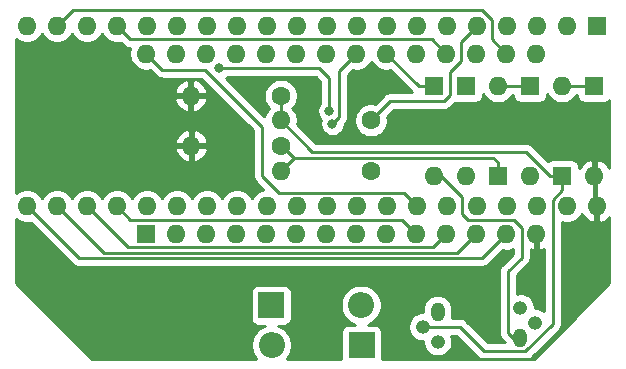
<source format=gbr>
G04 #@! TF.GenerationSoftware,KiCad,Pcbnew,5.1.10-88a1d61d58~88~ubuntu18.04.1*
G04 #@! TF.CreationDate,2021-09-30T23:52:24+02:00*
G04 #@! TF.ProjectId,adapt_prog_eprom-fat,61646170-745f-4707-926f-675f6570726f,rev?*
G04 #@! TF.SameCoordinates,Original*
G04 #@! TF.FileFunction,Copper,L1,Top*
G04 #@! TF.FilePolarity,Positive*
%FSLAX46Y46*%
G04 Gerber Fmt 4.6, Leading zero omitted, Abs format (unit mm)*
G04 Created by KiCad (PCBNEW 5.1.10-88a1d61d58~88~ubuntu18.04.1) date 2021-09-30 23:52:24*
%MOMM*%
%LPD*%
G01*
G04 APERTURE LIST*
G04 #@! TA.AperFunction,ComponentPad*
%ADD10R,2.200000X2.200000*%
G04 #@! TD*
G04 #@! TA.AperFunction,ComponentPad*
%ADD11O,2.200000X2.200000*%
G04 #@! TD*
G04 #@! TA.AperFunction,ComponentPad*
%ADD12R,1.600000X1.600000*%
G04 #@! TD*
G04 #@! TA.AperFunction,ComponentPad*
%ADD13O,1.600000X1.600000*%
G04 #@! TD*
G04 #@! TA.AperFunction,ComponentPad*
%ADD14O,1.200000X1.200000*%
G04 #@! TD*
G04 #@! TA.AperFunction,ComponentPad*
%ADD15O,1.200000X1.600000*%
G04 #@! TD*
G04 #@! TA.AperFunction,ComponentPad*
%ADD16C,1.600000*%
G04 #@! TD*
G04 #@! TA.AperFunction,ViaPad*
%ADD17C,0.800000*%
G04 #@! TD*
G04 #@! TA.AperFunction,Conductor*
%ADD18C,0.250000*%
G04 #@! TD*
G04 #@! TA.AperFunction,Conductor*
%ADD19C,0.400000*%
G04 #@! TD*
G04 #@! TA.AperFunction,Conductor*
%ADD20C,0.254000*%
G04 #@! TD*
G04 #@! TA.AperFunction,Conductor*
%ADD21C,0.100000*%
G04 #@! TD*
G04 APERTURE END LIST*
D10*
X127600000Y-40930000D03*
D11*
X119980000Y-40930000D03*
X127570000Y-37540000D03*
D10*
X119950000Y-37540000D03*
D12*
X136430000Y-18970000D03*
D13*
X136430000Y-26590000D03*
X133730000Y-26580000D03*
D12*
X133730000Y-18960000D03*
D13*
X141860000Y-26590000D03*
D12*
X141860000Y-18970000D03*
X139140000Y-26620000D03*
D13*
X139140000Y-19000000D03*
X144580000Y-19000000D03*
D12*
X144580000Y-26620000D03*
X147300000Y-18970000D03*
D13*
X147300000Y-26590000D03*
D14*
X141040000Y-37760000D03*
X142310000Y-39030000D03*
D15*
X141040000Y-40300000D03*
X134040000Y-38100000D03*
D14*
X132770000Y-39370000D03*
X134040000Y-40640000D03*
D13*
X120770000Y-26180000D03*
D16*
X128390000Y-26180000D03*
X120800000Y-24030000D03*
D13*
X113180000Y-24030000D03*
X120770000Y-21890000D03*
D16*
X128390000Y-21890000D03*
X120760000Y-19810000D03*
D13*
X113140000Y-19810000D03*
X147535000Y-29151000D03*
X99275000Y-13911000D03*
X144995000Y-29151000D03*
X101815000Y-13911000D03*
X142455000Y-29151000D03*
X104355000Y-13911000D03*
X139915000Y-29151000D03*
X106895000Y-13911000D03*
X137375000Y-29151000D03*
X109435000Y-13911000D03*
X134835000Y-29151000D03*
X111975000Y-13911000D03*
X132295000Y-29151000D03*
X114515000Y-13911000D03*
X129755000Y-29151000D03*
X117055000Y-13911000D03*
X127215000Y-29151000D03*
X119595000Y-13911000D03*
X124675000Y-29151000D03*
X122135000Y-13911000D03*
X122135000Y-29151000D03*
X124675000Y-13911000D03*
X119595000Y-29151000D03*
X127215000Y-13911000D03*
X117055000Y-29151000D03*
X129755000Y-13911000D03*
X114515000Y-29151000D03*
X132295000Y-13911000D03*
X111975000Y-29151000D03*
X134835000Y-13911000D03*
X109435000Y-29151000D03*
X137375000Y-13911000D03*
X106895000Y-29151000D03*
X139915000Y-13911000D03*
X104355000Y-29151000D03*
X142455000Y-13911000D03*
X101815000Y-29151000D03*
X144995000Y-13911000D03*
X99275000Y-29151000D03*
D12*
X147535000Y-13911000D03*
D13*
X109390000Y-16240000D03*
X142410000Y-31480000D03*
X111930000Y-16240000D03*
X139870000Y-31480000D03*
X114470000Y-16240000D03*
X137330000Y-31480000D03*
X117010000Y-16240000D03*
X134790000Y-31480000D03*
X119550000Y-16240000D03*
X132250000Y-31480000D03*
X122090000Y-16240000D03*
X129710000Y-31480000D03*
X124630000Y-16240000D03*
X127170000Y-31480000D03*
X127170000Y-16240000D03*
X124630000Y-31480000D03*
X129710000Y-16240000D03*
X122090000Y-31480000D03*
X132250000Y-16240000D03*
X119550000Y-31480000D03*
X134790000Y-16240000D03*
X117010000Y-31480000D03*
X137330000Y-16240000D03*
X114470000Y-31480000D03*
X139870000Y-16240000D03*
X111930000Y-31480000D03*
X142410000Y-16240000D03*
D12*
X109390000Y-31480000D03*
D17*
X142210000Y-23770000D03*
X108520000Y-36020000D03*
X105690000Y-23940000D03*
X136540000Y-36680000D03*
X130690000Y-39810000D03*
X123890000Y-37040000D03*
X129950000Y-36590000D03*
X130480000Y-22730000D03*
X144960000Y-32890000D03*
X115519000Y-17474300D03*
X124878800Y-21091200D03*
X125134990Y-22190700D03*
D18*
X110740000Y-17590000D02*
X109390000Y-16240000D01*
X131169700Y-28025700D02*
X120645700Y-28025700D01*
X114350000Y-17590000D02*
X110740000Y-17590000D01*
X132295000Y-29151000D02*
X131169700Y-28025700D01*
X120645700Y-28025700D02*
X119190000Y-26570000D01*
X119190000Y-26570000D02*
X119190000Y-22430000D01*
X119190000Y-22430000D02*
X114350000Y-17590000D01*
X120800000Y-24030000D02*
X120870600Y-24030000D01*
X120870600Y-24030000D02*
X121895300Y-25054700D01*
X139140000Y-26620000D02*
X139140000Y-25450000D01*
X138744700Y-25054700D02*
X121895300Y-25054700D01*
X139140000Y-25450000D02*
X138744700Y-25054700D01*
X121895300Y-25054700D02*
X120770000Y-26180000D01*
X136100000Y-28340000D02*
X134340000Y-26580000D01*
X136100000Y-29790000D02*
X136100000Y-28340000D01*
X136630000Y-30320000D02*
X136100000Y-29790000D01*
X134340000Y-26580000D02*
X133730000Y-26580000D01*
X140490000Y-30320000D02*
X136630000Y-30320000D01*
X140410000Y-40300000D02*
X140000000Y-39890000D01*
X140000000Y-39890000D02*
X140000000Y-34659100D01*
X141040000Y-40300000D02*
X140410000Y-40300000D01*
X140000000Y-34659100D02*
X141150000Y-33509100D01*
X141150000Y-33509100D02*
X141150000Y-30980000D01*
X141150000Y-30980000D02*
X140490000Y-30320000D01*
X120760000Y-19810000D02*
X120770000Y-19820000D01*
X120770000Y-19820000D02*
X120770000Y-21890000D01*
X143595400Y-26620000D02*
X144580000Y-26620000D01*
X120770000Y-21890000D02*
X123440000Y-24560000D01*
X141535400Y-24560000D02*
X143595400Y-26620000D01*
X123440000Y-24560000D02*
X141535400Y-24560000D01*
X135913700Y-39370000D02*
X132770000Y-39370000D01*
X143774800Y-28605200D02*
X143774800Y-39139900D01*
X143774800Y-39139900D02*
X141482700Y-41432000D01*
X141482700Y-41432000D02*
X137975700Y-41432000D01*
X137975700Y-41432000D02*
X135913700Y-39370000D01*
X143774800Y-28605200D02*
X143784800Y-28605200D01*
X144580000Y-27810000D02*
X144580000Y-26620000D01*
X143784800Y-28605200D02*
X144580000Y-27810000D01*
X130030000Y-20250000D02*
X128390000Y-21890000D01*
X136010000Y-15276000D02*
X136010000Y-16853700D01*
X134620000Y-20250000D02*
X130030000Y-20250000D01*
X137375000Y-13911000D02*
X136010000Y-15276000D01*
X136010000Y-16853700D02*
X135090000Y-17773700D01*
X135090000Y-17773700D02*
X135090000Y-19780000D01*
X135090000Y-19780000D02*
X134620000Y-20250000D01*
X147535000Y-26825000D02*
X147300000Y-26590000D01*
X147300000Y-26590000D02*
X147300000Y-24180000D01*
X147300000Y-24180000D02*
X146910000Y-23790000D01*
X146910000Y-23790000D02*
X142230000Y-23790000D01*
X142230000Y-23790000D02*
X142210000Y-23770000D01*
X129950000Y-34830000D02*
X129700000Y-34580000D01*
X129700000Y-34580000D02*
X115120000Y-34580000D01*
X115120000Y-34580000D02*
X109980000Y-34580000D01*
X109980000Y-34580000D02*
X108540000Y-36020000D01*
X108540000Y-36020000D02*
X108520000Y-36020000D01*
X105690000Y-23940000D02*
X110440000Y-23940000D01*
X110530000Y-24030000D02*
X113180000Y-24030000D01*
X110440000Y-23940000D02*
X110530000Y-24030000D01*
X129950000Y-36590000D02*
X129950000Y-34830000D01*
D19*
X147360000Y-26650000D02*
X147300000Y-26590000D01*
X147535000Y-29151000D02*
X147360000Y-28976000D01*
X147360000Y-28976000D02*
X147360000Y-26650000D01*
D18*
X129950000Y-40640000D02*
X129950000Y-36590000D01*
X131380000Y-42070000D02*
X129950000Y-40640000D01*
X144960000Y-32890000D02*
X145730000Y-34050000D01*
X144960000Y-32890000D02*
X146030000Y-32890000D01*
X142180000Y-42070000D02*
X131380000Y-42070000D01*
X145730000Y-38520000D02*
X142180000Y-42070000D01*
X145730000Y-34050000D02*
X145730000Y-38520000D01*
X146030000Y-32890000D02*
X147535000Y-31385000D01*
X147535000Y-31385000D02*
X147535000Y-29151000D01*
X138660000Y-13380000D02*
X138660000Y-15030000D01*
X138660000Y-15030000D02*
X139870000Y-16240000D01*
X137840000Y-12560000D02*
X138660000Y-13380000D01*
X101815000Y-13911000D02*
X103166000Y-12560000D01*
X103166000Y-12560000D02*
X137840000Y-12560000D01*
X108020300Y-15036300D02*
X106895000Y-13911000D01*
X134790000Y-16240000D02*
X133586300Y-15036300D01*
X133586300Y-15036300D02*
X108020300Y-15036300D01*
X124024300Y-17474300D02*
X115519000Y-17474300D01*
X124878800Y-21091200D02*
X124878800Y-18328800D01*
X124878800Y-18328800D02*
X124024300Y-17474300D01*
X125690000Y-21635690D02*
X125134990Y-22190700D01*
X127170000Y-16240000D02*
X125690000Y-17720000D01*
X125690000Y-17720000D02*
X125690000Y-21635690D01*
X132430000Y-18960000D02*
X133730000Y-18960000D01*
X129710000Y-16240000D02*
X132430000Y-18960000D01*
X108034000Y-30290000D02*
X106895000Y-29151000D01*
X132250000Y-31480000D02*
X131060000Y-30290000D01*
X131060000Y-30290000D02*
X108034000Y-30290000D01*
X107809400Y-32605400D02*
X104355000Y-29151000D01*
X134790000Y-31480000D02*
X133664600Y-32605400D01*
X133664600Y-32605400D02*
X107809400Y-32605400D01*
X105760400Y-33096400D02*
X101815000Y-29151000D01*
X137330000Y-31480000D02*
X135713600Y-33096400D01*
X135713600Y-33096400D02*
X105760400Y-33096400D01*
X103670700Y-33546700D02*
X99275000Y-29151000D01*
X139870000Y-31480000D02*
X137803300Y-33546700D01*
X137803300Y-33546700D02*
X103670700Y-33546700D01*
X139140000Y-19000000D02*
X140265300Y-19000000D01*
X141860000Y-18970000D02*
X140295300Y-18970000D01*
X140295300Y-18970000D02*
X140265300Y-19000000D01*
X147300000Y-18970000D02*
X146174700Y-18970000D01*
X144580000Y-19000000D02*
X146144700Y-19000000D01*
X146144700Y-19000000D02*
X146174700Y-18970000D01*
D20*
X147662000Y-29024000D02*
X147682000Y-29024000D01*
X147682000Y-29278000D01*
X147662000Y-29278000D01*
X147662000Y-30420915D01*
X147884039Y-30542904D01*
X148018087Y-30502246D01*
X148272420Y-30382037D01*
X148498414Y-30214519D01*
X148590001Y-30113522D01*
X148590001Y-35655908D01*
X142175909Y-42070000D01*
X141901315Y-42070000D01*
X141906976Y-42066974D01*
X142022701Y-41972001D01*
X142046504Y-41942997D01*
X144285803Y-39703699D01*
X144314801Y-39679901D01*
X144359776Y-39625099D01*
X144409774Y-39564177D01*
X144480346Y-39432147D01*
X144493059Y-39390236D01*
X144523803Y-39288886D01*
X144534800Y-39177233D01*
X144534800Y-39177223D01*
X144538476Y-39139900D01*
X144534800Y-39102577D01*
X144534800Y-30513611D01*
X144576426Y-30530853D01*
X144853665Y-30586000D01*
X145136335Y-30586000D01*
X145413574Y-30530853D01*
X145674727Y-30422680D01*
X145909759Y-30265637D01*
X146109637Y-30065759D01*
X146266680Y-29830727D01*
X146271067Y-29820135D01*
X146382615Y-30006131D01*
X146571586Y-30214519D01*
X146797580Y-30382037D01*
X147051913Y-30502246D01*
X147185961Y-30542904D01*
X147408000Y-30420915D01*
X147408000Y-29278000D01*
X147388000Y-29278000D01*
X147388000Y-29024000D01*
X147408000Y-29024000D01*
X147408000Y-29004000D01*
X147662000Y-29004000D01*
X147662000Y-29024000D01*
G04 #@! TA.AperFunction,Conductor*
D21*
G36*
X147662000Y-29024000D02*
G01*
X147682000Y-29024000D01*
X147682000Y-29278000D01*
X147662000Y-29278000D01*
X147662000Y-30420915D01*
X147884039Y-30542904D01*
X148018087Y-30502246D01*
X148272420Y-30382037D01*
X148498414Y-30214519D01*
X148590001Y-30113522D01*
X148590001Y-35655908D01*
X142175909Y-42070000D01*
X141901315Y-42070000D01*
X141906976Y-42066974D01*
X142022701Y-41972001D01*
X142046504Y-41942997D01*
X144285803Y-39703699D01*
X144314801Y-39679901D01*
X144359776Y-39625099D01*
X144409774Y-39564177D01*
X144480346Y-39432147D01*
X144493059Y-39390236D01*
X144523803Y-39288886D01*
X144534800Y-39177233D01*
X144534800Y-39177223D01*
X144538476Y-39139900D01*
X144534800Y-39102577D01*
X144534800Y-30513611D01*
X144576426Y-30530853D01*
X144853665Y-30586000D01*
X145136335Y-30586000D01*
X145413574Y-30530853D01*
X145674727Y-30422680D01*
X145909759Y-30265637D01*
X146109637Y-30065759D01*
X146266680Y-29830727D01*
X146271067Y-29820135D01*
X146382615Y-30006131D01*
X146571586Y-30214519D01*
X146797580Y-30382037D01*
X147051913Y-30502246D01*
X147185961Y-30542904D01*
X147408000Y-30420915D01*
X147408000Y-29278000D01*
X147388000Y-29278000D01*
X147388000Y-29024000D01*
X147408000Y-29024000D01*
X147408000Y-29004000D01*
X147662000Y-29004000D01*
X147662000Y-29024000D01*
G37*
G04 #@! TD.AperFunction*
D20*
X98595273Y-30422680D02*
X98856426Y-30530853D01*
X99133665Y-30586000D01*
X99416335Y-30586000D01*
X99598887Y-30549688D01*
X103106901Y-34057703D01*
X103130699Y-34086701D01*
X103159697Y-34110499D01*
X103246424Y-34181674D01*
X103378453Y-34252246D01*
X103521714Y-34295703D01*
X103670700Y-34310377D01*
X103708033Y-34306700D01*
X137765978Y-34306700D01*
X137803300Y-34310376D01*
X137840622Y-34306700D01*
X137840633Y-34306700D01*
X137952286Y-34295703D01*
X138095547Y-34252246D01*
X138227576Y-34181674D01*
X138343301Y-34086701D01*
X138367104Y-34057697D01*
X139546114Y-32878688D01*
X139728665Y-32915000D01*
X140011335Y-32915000D01*
X140288574Y-32859853D01*
X140390000Y-32817841D01*
X140390000Y-33194298D01*
X139488998Y-34095301D01*
X139460000Y-34119099D01*
X139436202Y-34148097D01*
X139436201Y-34148098D01*
X139365026Y-34234824D01*
X139294454Y-34366854D01*
X139250998Y-34510115D01*
X139236324Y-34659100D01*
X139240001Y-34696432D01*
X139240000Y-39852677D01*
X139236324Y-39890000D01*
X139240000Y-39927322D01*
X139240000Y-39927332D01*
X139250997Y-40038985D01*
X139275270Y-40119003D01*
X139294454Y-40182246D01*
X139365026Y-40314276D01*
X139404871Y-40362826D01*
X139459999Y-40430001D01*
X139489003Y-40453804D01*
X139707199Y-40672000D01*
X138290502Y-40672000D01*
X136477504Y-38859003D01*
X136453701Y-38829999D01*
X136337976Y-38735026D01*
X136205947Y-38664454D01*
X136062686Y-38620997D01*
X135951033Y-38610000D01*
X135951022Y-38610000D01*
X135913700Y-38606324D01*
X135876378Y-38610000D01*
X135236533Y-38610000D01*
X135257130Y-38542102D01*
X135275000Y-38360665D01*
X135275000Y-37839336D01*
X135257130Y-37657899D01*
X135186511Y-37425100D01*
X135071833Y-37210551D01*
X134917502Y-37022498D01*
X134729449Y-36868167D01*
X134514901Y-36753489D01*
X134282102Y-36682870D01*
X134040000Y-36659025D01*
X133797899Y-36682870D01*
X133565100Y-36753489D01*
X133350552Y-36868167D01*
X133162499Y-37022498D01*
X133008168Y-37210551D01*
X132893489Y-37425099D01*
X132822870Y-37657898D01*
X132805000Y-37839335D01*
X132805000Y-38135000D01*
X132648363Y-38135000D01*
X132409764Y-38182460D01*
X132185008Y-38275557D01*
X131982733Y-38410713D01*
X131810713Y-38582733D01*
X131675557Y-38785008D01*
X131582460Y-39009764D01*
X131535000Y-39248363D01*
X131535000Y-39491637D01*
X131582460Y-39730236D01*
X131675557Y-39954992D01*
X131810713Y-40157267D01*
X131982733Y-40329287D01*
X132185008Y-40464443D01*
X132409764Y-40557540D01*
X132648363Y-40605000D01*
X132805000Y-40605000D01*
X132805000Y-40761637D01*
X132852460Y-41000236D01*
X132945557Y-41224992D01*
X133080713Y-41427267D01*
X133252733Y-41599287D01*
X133455008Y-41734443D01*
X133679764Y-41827540D01*
X133918363Y-41875000D01*
X134161637Y-41875000D01*
X134400236Y-41827540D01*
X134624992Y-41734443D01*
X134827267Y-41599287D01*
X134999287Y-41427267D01*
X135134443Y-41224992D01*
X135227540Y-41000236D01*
X135275000Y-40761637D01*
X135275000Y-40518363D01*
X135227540Y-40279764D01*
X135165506Y-40130000D01*
X135598899Y-40130000D01*
X137411901Y-41943003D01*
X137435699Y-41972001D01*
X137551424Y-42066974D01*
X137557085Y-42070000D01*
X129334132Y-42070000D01*
X129338072Y-42030000D01*
X129338072Y-39830000D01*
X129325812Y-39705518D01*
X129289502Y-39585820D01*
X129230537Y-39475506D01*
X129151185Y-39378815D01*
X129054494Y-39299463D01*
X128944180Y-39240498D01*
X128824482Y-39204188D01*
X128700000Y-39191928D01*
X128115667Y-39191928D01*
X128391831Y-39077537D01*
X128675998Y-38887663D01*
X128917663Y-38645998D01*
X129107537Y-38361831D01*
X129238325Y-38046081D01*
X129305000Y-37710883D01*
X129305000Y-37369117D01*
X129238325Y-37033919D01*
X129107537Y-36718169D01*
X128917663Y-36434002D01*
X128675998Y-36192337D01*
X128391831Y-36002463D01*
X128076081Y-35871675D01*
X127740883Y-35805000D01*
X127399117Y-35805000D01*
X127063919Y-35871675D01*
X126748169Y-36002463D01*
X126464002Y-36192337D01*
X126222337Y-36434002D01*
X126032463Y-36718169D01*
X125901675Y-37033919D01*
X125835000Y-37369117D01*
X125835000Y-37710883D01*
X125901675Y-38046081D01*
X126032463Y-38361831D01*
X126222337Y-38645998D01*
X126464002Y-38887663D01*
X126748169Y-39077537D01*
X127024333Y-39191928D01*
X126500000Y-39191928D01*
X126375518Y-39204188D01*
X126255820Y-39240498D01*
X126145506Y-39299463D01*
X126048815Y-39378815D01*
X125969463Y-39475506D01*
X125910498Y-39585820D01*
X125874188Y-39705518D01*
X125861928Y-39830000D01*
X125861928Y-42030000D01*
X125865868Y-42070000D01*
X121293661Y-42070000D01*
X121327663Y-42035998D01*
X121517537Y-41751831D01*
X121648325Y-41436081D01*
X121715000Y-41100883D01*
X121715000Y-40759117D01*
X121648325Y-40423919D01*
X121517537Y-40108169D01*
X121327663Y-39824002D01*
X121085998Y-39582337D01*
X120801831Y-39392463D01*
X120525667Y-39278072D01*
X121050000Y-39278072D01*
X121174482Y-39265812D01*
X121294180Y-39229502D01*
X121404494Y-39170537D01*
X121501185Y-39091185D01*
X121580537Y-38994494D01*
X121639502Y-38884180D01*
X121675812Y-38764482D01*
X121688072Y-38640000D01*
X121688072Y-36440000D01*
X121675812Y-36315518D01*
X121639502Y-36195820D01*
X121580537Y-36085506D01*
X121501185Y-35988815D01*
X121404494Y-35909463D01*
X121294180Y-35850498D01*
X121174482Y-35814188D01*
X121050000Y-35801928D01*
X118850000Y-35801928D01*
X118725518Y-35814188D01*
X118605820Y-35850498D01*
X118495506Y-35909463D01*
X118398815Y-35988815D01*
X118319463Y-36085506D01*
X118260498Y-36195820D01*
X118224188Y-36315518D01*
X118211928Y-36440000D01*
X118211928Y-38640000D01*
X118224188Y-38764482D01*
X118260498Y-38884180D01*
X118319463Y-38994494D01*
X118398815Y-39091185D01*
X118495506Y-39170537D01*
X118605820Y-39229502D01*
X118725518Y-39265812D01*
X118850000Y-39278072D01*
X119434333Y-39278072D01*
X119158169Y-39392463D01*
X118874002Y-39582337D01*
X118632337Y-39824002D01*
X118442463Y-40108169D01*
X118311675Y-40423919D01*
X118245000Y-40759117D01*
X118245000Y-41100883D01*
X118311675Y-41436081D01*
X118442463Y-41751831D01*
X118632337Y-42035998D01*
X118666339Y-42070000D01*
X104794091Y-42070000D01*
X98380000Y-35655909D01*
X98380000Y-30278840D01*
X98595273Y-30422680D01*
G04 #@! TA.AperFunction,Conductor*
D21*
G36*
X98595273Y-30422680D02*
G01*
X98856426Y-30530853D01*
X99133665Y-30586000D01*
X99416335Y-30586000D01*
X99598887Y-30549688D01*
X103106901Y-34057703D01*
X103130699Y-34086701D01*
X103159697Y-34110499D01*
X103246424Y-34181674D01*
X103378453Y-34252246D01*
X103521714Y-34295703D01*
X103670700Y-34310377D01*
X103708033Y-34306700D01*
X137765978Y-34306700D01*
X137803300Y-34310376D01*
X137840622Y-34306700D01*
X137840633Y-34306700D01*
X137952286Y-34295703D01*
X138095547Y-34252246D01*
X138227576Y-34181674D01*
X138343301Y-34086701D01*
X138367104Y-34057697D01*
X139546114Y-32878688D01*
X139728665Y-32915000D01*
X140011335Y-32915000D01*
X140288574Y-32859853D01*
X140390000Y-32817841D01*
X140390000Y-33194298D01*
X139488998Y-34095301D01*
X139460000Y-34119099D01*
X139436202Y-34148097D01*
X139436201Y-34148098D01*
X139365026Y-34234824D01*
X139294454Y-34366854D01*
X139250998Y-34510115D01*
X139236324Y-34659100D01*
X139240001Y-34696432D01*
X139240000Y-39852677D01*
X139236324Y-39890000D01*
X139240000Y-39927322D01*
X139240000Y-39927332D01*
X139250997Y-40038985D01*
X139275270Y-40119003D01*
X139294454Y-40182246D01*
X139365026Y-40314276D01*
X139404871Y-40362826D01*
X139459999Y-40430001D01*
X139489003Y-40453804D01*
X139707199Y-40672000D01*
X138290502Y-40672000D01*
X136477504Y-38859003D01*
X136453701Y-38829999D01*
X136337976Y-38735026D01*
X136205947Y-38664454D01*
X136062686Y-38620997D01*
X135951033Y-38610000D01*
X135951022Y-38610000D01*
X135913700Y-38606324D01*
X135876378Y-38610000D01*
X135236533Y-38610000D01*
X135257130Y-38542102D01*
X135275000Y-38360665D01*
X135275000Y-37839336D01*
X135257130Y-37657899D01*
X135186511Y-37425100D01*
X135071833Y-37210551D01*
X134917502Y-37022498D01*
X134729449Y-36868167D01*
X134514901Y-36753489D01*
X134282102Y-36682870D01*
X134040000Y-36659025D01*
X133797899Y-36682870D01*
X133565100Y-36753489D01*
X133350552Y-36868167D01*
X133162499Y-37022498D01*
X133008168Y-37210551D01*
X132893489Y-37425099D01*
X132822870Y-37657898D01*
X132805000Y-37839335D01*
X132805000Y-38135000D01*
X132648363Y-38135000D01*
X132409764Y-38182460D01*
X132185008Y-38275557D01*
X131982733Y-38410713D01*
X131810713Y-38582733D01*
X131675557Y-38785008D01*
X131582460Y-39009764D01*
X131535000Y-39248363D01*
X131535000Y-39491637D01*
X131582460Y-39730236D01*
X131675557Y-39954992D01*
X131810713Y-40157267D01*
X131982733Y-40329287D01*
X132185008Y-40464443D01*
X132409764Y-40557540D01*
X132648363Y-40605000D01*
X132805000Y-40605000D01*
X132805000Y-40761637D01*
X132852460Y-41000236D01*
X132945557Y-41224992D01*
X133080713Y-41427267D01*
X133252733Y-41599287D01*
X133455008Y-41734443D01*
X133679764Y-41827540D01*
X133918363Y-41875000D01*
X134161637Y-41875000D01*
X134400236Y-41827540D01*
X134624992Y-41734443D01*
X134827267Y-41599287D01*
X134999287Y-41427267D01*
X135134443Y-41224992D01*
X135227540Y-41000236D01*
X135275000Y-40761637D01*
X135275000Y-40518363D01*
X135227540Y-40279764D01*
X135165506Y-40130000D01*
X135598899Y-40130000D01*
X137411901Y-41943003D01*
X137435699Y-41972001D01*
X137551424Y-42066974D01*
X137557085Y-42070000D01*
X129334132Y-42070000D01*
X129338072Y-42030000D01*
X129338072Y-39830000D01*
X129325812Y-39705518D01*
X129289502Y-39585820D01*
X129230537Y-39475506D01*
X129151185Y-39378815D01*
X129054494Y-39299463D01*
X128944180Y-39240498D01*
X128824482Y-39204188D01*
X128700000Y-39191928D01*
X128115667Y-39191928D01*
X128391831Y-39077537D01*
X128675998Y-38887663D01*
X128917663Y-38645998D01*
X129107537Y-38361831D01*
X129238325Y-38046081D01*
X129305000Y-37710883D01*
X129305000Y-37369117D01*
X129238325Y-37033919D01*
X129107537Y-36718169D01*
X128917663Y-36434002D01*
X128675998Y-36192337D01*
X128391831Y-36002463D01*
X128076081Y-35871675D01*
X127740883Y-35805000D01*
X127399117Y-35805000D01*
X127063919Y-35871675D01*
X126748169Y-36002463D01*
X126464002Y-36192337D01*
X126222337Y-36434002D01*
X126032463Y-36718169D01*
X125901675Y-37033919D01*
X125835000Y-37369117D01*
X125835000Y-37710883D01*
X125901675Y-38046081D01*
X126032463Y-38361831D01*
X126222337Y-38645998D01*
X126464002Y-38887663D01*
X126748169Y-39077537D01*
X127024333Y-39191928D01*
X126500000Y-39191928D01*
X126375518Y-39204188D01*
X126255820Y-39240498D01*
X126145506Y-39299463D01*
X126048815Y-39378815D01*
X125969463Y-39475506D01*
X125910498Y-39585820D01*
X125874188Y-39705518D01*
X125861928Y-39830000D01*
X125861928Y-42030000D01*
X125865868Y-42070000D01*
X121293661Y-42070000D01*
X121327663Y-42035998D01*
X121517537Y-41751831D01*
X121648325Y-41436081D01*
X121715000Y-41100883D01*
X121715000Y-40759117D01*
X121648325Y-40423919D01*
X121517537Y-40108169D01*
X121327663Y-39824002D01*
X121085998Y-39582337D01*
X120801831Y-39392463D01*
X120525667Y-39278072D01*
X121050000Y-39278072D01*
X121174482Y-39265812D01*
X121294180Y-39229502D01*
X121404494Y-39170537D01*
X121501185Y-39091185D01*
X121580537Y-38994494D01*
X121639502Y-38884180D01*
X121675812Y-38764482D01*
X121688072Y-38640000D01*
X121688072Y-36440000D01*
X121675812Y-36315518D01*
X121639502Y-36195820D01*
X121580537Y-36085506D01*
X121501185Y-35988815D01*
X121404494Y-35909463D01*
X121294180Y-35850498D01*
X121174482Y-35814188D01*
X121050000Y-35801928D01*
X118850000Y-35801928D01*
X118725518Y-35814188D01*
X118605820Y-35850498D01*
X118495506Y-35909463D01*
X118398815Y-35988815D01*
X118319463Y-36085506D01*
X118260498Y-36195820D01*
X118224188Y-36315518D01*
X118211928Y-36440000D01*
X118211928Y-38640000D01*
X118224188Y-38764482D01*
X118260498Y-38884180D01*
X118319463Y-38994494D01*
X118398815Y-39091185D01*
X118495506Y-39170537D01*
X118605820Y-39229502D01*
X118725518Y-39265812D01*
X118850000Y-39278072D01*
X119434333Y-39278072D01*
X119158169Y-39392463D01*
X118874002Y-39582337D01*
X118632337Y-39824002D01*
X118442463Y-40108169D01*
X118311675Y-40423919D01*
X118245000Y-40759117D01*
X118245000Y-41100883D01*
X118311675Y-41436081D01*
X118442463Y-41751831D01*
X118632337Y-42035998D01*
X118666339Y-42070000D01*
X104794091Y-42070000D01*
X98380000Y-35655909D01*
X98380000Y-30278840D01*
X98595273Y-30422680D01*
G37*
G04 #@! TD.AperFunction*
D20*
X142537000Y-31353000D02*
X142557000Y-31353000D01*
X142557000Y-31607000D01*
X142537000Y-31607000D01*
X142537000Y-32749915D01*
X142759039Y-32871904D01*
X142893087Y-32831246D01*
X143014800Y-32773719D01*
X143014801Y-38015611D01*
X142894992Y-37935557D01*
X142670236Y-37842460D01*
X142431637Y-37795000D01*
X142275000Y-37795000D01*
X142275000Y-37638363D01*
X142227540Y-37399764D01*
X142134443Y-37175008D01*
X141999287Y-36972733D01*
X141827267Y-36800713D01*
X141624992Y-36665557D01*
X141400236Y-36572460D01*
X141161637Y-36525000D01*
X140918363Y-36525000D01*
X140760000Y-36556500D01*
X140760000Y-34973901D01*
X141661004Y-34072898D01*
X141690001Y-34049101D01*
X141784974Y-33933376D01*
X141855546Y-33801347D01*
X141899003Y-33658086D01*
X141910000Y-33546433D01*
X141910000Y-33546432D01*
X141913677Y-33509100D01*
X141910000Y-33471767D01*
X141910000Y-32823252D01*
X141926913Y-32831246D01*
X142060961Y-32871904D01*
X142283000Y-32749915D01*
X142283000Y-31607000D01*
X142263000Y-31607000D01*
X142263000Y-31353000D01*
X142283000Y-31353000D01*
X142283000Y-31333000D01*
X142537000Y-31333000D01*
X142537000Y-31353000D01*
G04 #@! TA.AperFunction,Conductor*
D21*
G36*
X142537000Y-31353000D02*
G01*
X142557000Y-31353000D01*
X142557000Y-31607000D01*
X142537000Y-31607000D01*
X142537000Y-32749915D01*
X142759039Y-32871904D01*
X142893087Y-32831246D01*
X143014800Y-32773719D01*
X143014801Y-38015611D01*
X142894992Y-37935557D01*
X142670236Y-37842460D01*
X142431637Y-37795000D01*
X142275000Y-37795000D01*
X142275000Y-37638363D01*
X142227540Y-37399764D01*
X142134443Y-37175008D01*
X141999287Y-36972733D01*
X141827267Y-36800713D01*
X141624992Y-36665557D01*
X141400236Y-36572460D01*
X141161637Y-36525000D01*
X140918363Y-36525000D01*
X140760000Y-36556500D01*
X140760000Y-34973901D01*
X141661004Y-34072898D01*
X141690001Y-34049101D01*
X141784974Y-33933376D01*
X141855546Y-33801347D01*
X141899003Y-33658086D01*
X141910000Y-33546433D01*
X141910000Y-33546432D01*
X141913677Y-33509100D01*
X141910000Y-33471767D01*
X141910000Y-32823252D01*
X141926913Y-32831246D01*
X142060961Y-32871904D01*
X142283000Y-32749915D01*
X142283000Y-31607000D01*
X142263000Y-31607000D01*
X142263000Y-31353000D01*
X142283000Y-31353000D01*
X142283000Y-31333000D01*
X142537000Y-31333000D01*
X142537000Y-31353000D01*
G37*
G04 #@! TD.AperFunction*
D20*
X105780363Y-14825759D02*
X105980241Y-15025637D01*
X106215273Y-15182680D01*
X106476426Y-15290853D01*
X106753665Y-15346000D01*
X107036335Y-15346000D01*
X107218886Y-15309688D01*
X107456500Y-15547302D01*
X107480299Y-15576301D01*
X107509297Y-15600099D01*
X107596024Y-15671274D01*
X107728053Y-15741846D01*
X107871314Y-15785303D01*
X108019081Y-15799857D01*
X108010147Y-15821426D01*
X107955000Y-16098665D01*
X107955000Y-16381335D01*
X108010147Y-16658574D01*
X108118320Y-16919727D01*
X108275363Y-17154759D01*
X108475241Y-17354637D01*
X108710273Y-17511680D01*
X108971426Y-17619853D01*
X109248665Y-17675000D01*
X109531335Y-17675000D01*
X109713886Y-17638688D01*
X110176200Y-18101002D01*
X110199999Y-18130001D01*
X110315724Y-18224974D01*
X110447753Y-18295546D01*
X110591014Y-18339003D01*
X110702667Y-18350000D01*
X110702676Y-18350000D01*
X110739999Y-18353676D01*
X110777322Y-18350000D01*
X114035199Y-18350000D01*
X118430001Y-22744803D01*
X118430000Y-26532677D01*
X118426324Y-26570000D01*
X118430000Y-26607322D01*
X118430000Y-26607332D01*
X118440997Y-26718985D01*
X118483690Y-26859727D01*
X118484454Y-26862246D01*
X118555026Y-26994276D01*
X118594871Y-27042826D01*
X118649999Y-27110001D01*
X118679003Y-27133804D01*
X119293131Y-27747933D01*
X119176426Y-27771147D01*
X118915273Y-27879320D01*
X118680241Y-28036363D01*
X118480363Y-28236241D01*
X118325000Y-28468759D01*
X118169637Y-28236241D01*
X117969759Y-28036363D01*
X117734727Y-27879320D01*
X117473574Y-27771147D01*
X117196335Y-27716000D01*
X116913665Y-27716000D01*
X116636426Y-27771147D01*
X116375273Y-27879320D01*
X116140241Y-28036363D01*
X115940363Y-28236241D01*
X115785000Y-28468759D01*
X115629637Y-28236241D01*
X115429759Y-28036363D01*
X115194727Y-27879320D01*
X114933574Y-27771147D01*
X114656335Y-27716000D01*
X114373665Y-27716000D01*
X114096426Y-27771147D01*
X113835273Y-27879320D01*
X113600241Y-28036363D01*
X113400363Y-28236241D01*
X113245000Y-28468759D01*
X113089637Y-28236241D01*
X112889759Y-28036363D01*
X112654727Y-27879320D01*
X112393574Y-27771147D01*
X112116335Y-27716000D01*
X111833665Y-27716000D01*
X111556426Y-27771147D01*
X111295273Y-27879320D01*
X111060241Y-28036363D01*
X110860363Y-28236241D01*
X110705000Y-28468759D01*
X110549637Y-28236241D01*
X110349759Y-28036363D01*
X110114727Y-27879320D01*
X109853574Y-27771147D01*
X109576335Y-27716000D01*
X109293665Y-27716000D01*
X109016426Y-27771147D01*
X108755273Y-27879320D01*
X108520241Y-28036363D01*
X108320363Y-28236241D01*
X108165000Y-28468759D01*
X108009637Y-28236241D01*
X107809759Y-28036363D01*
X107574727Y-27879320D01*
X107313574Y-27771147D01*
X107036335Y-27716000D01*
X106753665Y-27716000D01*
X106476426Y-27771147D01*
X106215273Y-27879320D01*
X105980241Y-28036363D01*
X105780363Y-28236241D01*
X105625000Y-28468759D01*
X105469637Y-28236241D01*
X105269759Y-28036363D01*
X105034727Y-27879320D01*
X104773574Y-27771147D01*
X104496335Y-27716000D01*
X104213665Y-27716000D01*
X103936426Y-27771147D01*
X103675273Y-27879320D01*
X103440241Y-28036363D01*
X103240363Y-28236241D01*
X103085000Y-28468759D01*
X102929637Y-28236241D01*
X102729759Y-28036363D01*
X102494727Y-27879320D01*
X102233574Y-27771147D01*
X101956335Y-27716000D01*
X101673665Y-27716000D01*
X101396426Y-27771147D01*
X101135273Y-27879320D01*
X100900241Y-28036363D01*
X100700363Y-28236241D01*
X100545000Y-28468759D01*
X100389637Y-28236241D01*
X100189759Y-28036363D01*
X99954727Y-27879320D01*
X99693574Y-27771147D01*
X99416335Y-27716000D01*
X99133665Y-27716000D01*
X98856426Y-27771147D01*
X98595273Y-27879320D01*
X98380000Y-28023160D01*
X98380000Y-24379039D01*
X111788096Y-24379039D01*
X111828754Y-24513087D01*
X111948963Y-24767420D01*
X112116481Y-24993414D01*
X112324869Y-25182385D01*
X112566119Y-25327070D01*
X112830960Y-25421909D01*
X113053000Y-25300624D01*
X113053000Y-24157000D01*
X113307000Y-24157000D01*
X113307000Y-25300624D01*
X113529040Y-25421909D01*
X113793881Y-25327070D01*
X114035131Y-25182385D01*
X114243519Y-24993414D01*
X114411037Y-24767420D01*
X114531246Y-24513087D01*
X114571904Y-24379039D01*
X114449915Y-24157000D01*
X113307000Y-24157000D01*
X113053000Y-24157000D01*
X111910085Y-24157000D01*
X111788096Y-24379039D01*
X98380000Y-24379039D01*
X98380000Y-23680961D01*
X111788096Y-23680961D01*
X111910085Y-23903000D01*
X113053000Y-23903000D01*
X113053000Y-22759376D01*
X113307000Y-22759376D01*
X113307000Y-23903000D01*
X114449915Y-23903000D01*
X114571904Y-23680961D01*
X114531246Y-23546913D01*
X114411037Y-23292580D01*
X114243519Y-23066586D01*
X114035131Y-22877615D01*
X113793881Y-22732930D01*
X113529040Y-22638091D01*
X113307000Y-22759376D01*
X113053000Y-22759376D01*
X112830960Y-22638091D01*
X112566119Y-22732930D01*
X112324869Y-22877615D01*
X112116481Y-23066586D01*
X111948963Y-23292580D01*
X111828754Y-23546913D01*
X111788096Y-23680961D01*
X98380000Y-23680961D01*
X98380000Y-20159039D01*
X111748096Y-20159039D01*
X111788754Y-20293087D01*
X111908963Y-20547420D01*
X112076481Y-20773414D01*
X112284869Y-20962385D01*
X112526119Y-21107070D01*
X112790960Y-21201909D01*
X113013000Y-21080624D01*
X113013000Y-19937000D01*
X113267000Y-19937000D01*
X113267000Y-21080624D01*
X113489040Y-21201909D01*
X113753881Y-21107070D01*
X113995131Y-20962385D01*
X114203519Y-20773414D01*
X114371037Y-20547420D01*
X114491246Y-20293087D01*
X114531904Y-20159039D01*
X114409915Y-19937000D01*
X113267000Y-19937000D01*
X113013000Y-19937000D01*
X111870085Y-19937000D01*
X111748096Y-20159039D01*
X98380000Y-20159039D01*
X98380000Y-19460961D01*
X111748096Y-19460961D01*
X111870085Y-19683000D01*
X113013000Y-19683000D01*
X113013000Y-18539376D01*
X113267000Y-18539376D01*
X113267000Y-19683000D01*
X114409915Y-19683000D01*
X114531904Y-19460961D01*
X114491246Y-19326913D01*
X114371037Y-19072580D01*
X114203519Y-18846586D01*
X113995131Y-18657615D01*
X113753881Y-18512930D01*
X113489040Y-18418091D01*
X113267000Y-18539376D01*
X113013000Y-18539376D01*
X112790960Y-18418091D01*
X112526119Y-18512930D01*
X112284869Y-18657615D01*
X112076481Y-18846586D01*
X111908963Y-19072580D01*
X111788754Y-19326913D01*
X111748096Y-19460961D01*
X98380000Y-19460961D01*
X98380000Y-15038840D01*
X98595273Y-15182680D01*
X98856426Y-15290853D01*
X99133665Y-15346000D01*
X99416335Y-15346000D01*
X99693574Y-15290853D01*
X99954727Y-15182680D01*
X100189759Y-15025637D01*
X100389637Y-14825759D01*
X100545000Y-14593241D01*
X100700363Y-14825759D01*
X100900241Y-15025637D01*
X101135273Y-15182680D01*
X101396426Y-15290853D01*
X101673665Y-15346000D01*
X101956335Y-15346000D01*
X102233574Y-15290853D01*
X102494727Y-15182680D01*
X102729759Y-15025637D01*
X102929637Y-14825759D01*
X103085000Y-14593241D01*
X103240363Y-14825759D01*
X103440241Y-15025637D01*
X103675273Y-15182680D01*
X103936426Y-15290853D01*
X104213665Y-15346000D01*
X104496335Y-15346000D01*
X104773574Y-15290853D01*
X105034727Y-15182680D01*
X105269759Y-15025637D01*
X105469637Y-14825759D01*
X105625000Y-14593241D01*
X105780363Y-14825759D01*
G04 #@! TA.AperFunction,Conductor*
D21*
G36*
X105780363Y-14825759D02*
G01*
X105980241Y-15025637D01*
X106215273Y-15182680D01*
X106476426Y-15290853D01*
X106753665Y-15346000D01*
X107036335Y-15346000D01*
X107218886Y-15309688D01*
X107456500Y-15547302D01*
X107480299Y-15576301D01*
X107509297Y-15600099D01*
X107596024Y-15671274D01*
X107728053Y-15741846D01*
X107871314Y-15785303D01*
X108019081Y-15799857D01*
X108010147Y-15821426D01*
X107955000Y-16098665D01*
X107955000Y-16381335D01*
X108010147Y-16658574D01*
X108118320Y-16919727D01*
X108275363Y-17154759D01*
X108475241Y-17354637D01*
X108710273Y-17511680D01*
X108971426Y-17619853D01*
X109248665Y-17675000D01*
X109531335Y-17675000D01*
X109713886Y-17638688D01*
X110176200Y-18101002D01*
X110199999Y-18130001D01*
X110315724Y-18224974D01*
X110447753Y-18295546D01*
X110591014Y-18339003D01*
X110702667Y-18350000D01*
X110702676Y-18350000D01*
X110739999Y-18353676D01*
X110777322Y-18350000D01*
X114035199Y-18350000D01*
X118430001Y-22744803D01*
X118430000Y-26532677D01*
X118426324Y-26570000D01*
X118430000Y-26607322D01*
X118430000Y-26607332D01*
X118440997Y-26718985D01*
X118483690Y-26859727D01*
X118484454Y-26862246D01*
X118555026Y-26994276D01*
X118594871Y-27042826D01*
X118649999Y-27110001D01*
X118679003Y-27133804D01*
X119293131Y-27747933D01*
X119176426Y-27771147D01*
X118915273Y-27879320D01*
X118680241Y-28036363D01*
X118480363Y-28236241D01*
X118325000Y-28468759D01*
X118169637Y-28236241D01*
X117969759Y-28036363D01*
X117734727Y-27879320D01*
X117473574Y-27771147D01*
X117196335Y-27716000D01*
X116913665Y-27716000D01*
X116636426Y-27771147D01*
X116375273Y-27879320D01*
X116140241Y-28036363D01*
X115940363Y-28236241D01*
X115785000Y-28468759D01*
X115629637Y-28236241D01*
X115429759Y-28036363D01*
X115194727Y-27879320D01*
X114933574Y-27771147D01*
X114656335Y-27716000D01*
X114373665Y-27716000D01*
X114096426Y-27771147D01*
X113835273Y-27879320D01*
X113600241Y-28036363D01*
X113400363Y-28236241D01*
X113245000Y-28468759D01*
X113089637Y-28236241D01*
X112889759Y-28036363D01*
X112654727Y-27879320D01*
X112393574Y-27771147D01*
X112116335Y-27716000D01*
X111833665Y-27716000D01*
X111556426Y-27771147D01*
X111295273Y-27879320D01*
X111060241Y-28036363D01*
X110860363Y-28236241D01*
X110705000Y-28468759D01*
X110549637Y-28236241D01*
X110349759Y-28036363D01*
X110114727Y-27879320D01*
X109853574Y-27771147D01*
X109576335Y-27716000D01*
X109293665Y-27716000D01*
X109016426Y-27771147D01*
X108755273Y-27879320D01*
X108520241Y-28036363D01*
X108320363Y-28236241D01*
X108165000Y-28468759D01*
X108009637Y-28236241D01*
X107809759Y-28036363D01*
X107574727Y-27879320D01*
X107313574Y-27771147D01*
X107036335Y-27716000D01*
X106753665Y-27716000D01*
X106476426Y-27771147D01*
X106215273Y-27879320D01*
X105980241Y-28036363D01*
X105780363Y-28236241D01*
X105625000Y-28468759D01*
X105469637Y-28236241D01*
X105269759Y-28036363D01*
X105034727Y-27879320D01*
X104773574Y-27771147D01*
X104496335Y-27716000D01*
X104213665Y-27716000D01*
X103936426Y-27771147D01*
X103675273Y-27879320D01*
X103440241Y-28036363D01*
X103240363Y-28236241D01*
X103085000Y-28468759D01*
X102929637Y-28236241D01*
X102729759Y-28036363D01*
X102494727Y-27879320D01*
X102233574Y-27771147D01*
X101956335Y-27716000D01*
X101673665Y-27716000D01*
X101396426Y-27771147D01*
X101135273Y-27879320D01*
X100900241Y-28036363D01*
X100700363Y-28236241D01*
X100545000Y-28468759D01*
X100389637Y-28236241D01*
X100189759Y-28036363D01*
X99954727Y-27879320D01*
X99693574Y-27771147D01*
X99416335Y-27716000D01*
X99133665Y-27716000D01*
X98856426Y-27771147D01*
X98595273Y-27879320D01*
X98380000Y-28023160D01*
X98380000Y-24379039D01*
X111788096Y-24379039D01*
X111828754Y-24513087D01*
X111948963Y-24767420D01*
X112116481Y-24993414D01*
X112324869Y-25182385D01*
X112566119Y-25327070D01*
X112830960Y-25421909D01*
X113053000Y-25300624D01*
X113053000Y-24157000D01*
X113307000Y-24157000D01*
X113307000Y-25300624D01*
X113529040Y-25421909D01*
X113793881Y-25327070D01*
X114035131Y-25182385D01*
X114243519Y-24993414D01*
X114411037Y-24767420D01*
X114531246Y-24513087D01*
X114571904Y-24379039D01*
X114449915Y-24157000D01*
X113307000Y-24157000D01*
X113053000Y-24157000D01*
X111910085Y-24157000D01*
X111788096Y-24379039D01*
X98380000Y-24379039D01*
X98380000Y-23680961D01*
X111788096Y-23680961D01*
X111910085Y-23903000D01*
X113053000Y-23903000D01*
X113053000Y-22759376D01*
X113307000Y-22759376D01*
X113307000Y-23903000D01*
X114449915Y-23903000D01*
X114571904Y-23680961D01*
X114531246Y-23546913D01*
X114411037Y-23292580D01*
X114243519Y-23066586D01*
X114035131Y-22877615D01*
X113793881Y-22732930D01*
X113529040Y-22638091D01*
X113307000Y-22759376D01*
X113053000Y-22759376D01*
X112830960Y-22638091D01*
X112566119Y-22732930D01*
X112324869Y-22877615D01*
X112116481Y-23066586D01*
X111948963Y-23292580D01*
X111828754Y-23546913D01*
X111788096Y-23680961D01*
X98380000Y-23680961D01*
X98380000Y-20159039D01*
X111748096Y-20159039D01*
X111788754Y-20293087D01*
X111908963Y-20547420D01*
X112076481Y-20773414D01*
X112284869Y-20962385D01*
X112526119Y-21107070D01*
X112790960Y-21201909D01*
X113013000Y-21080624D01*
X113013000Y-19937000D01*
X113267000Y-19937000D01*
X113267000Y-21080624D01*
X113489040Y-21201909D01*
X113753881Y-21107070D01*
X113995131Y-20962385D01*
X114203519Y-20773414D01*
X114371037Y-20547420D01*
X114491246Y-20293087D01*
X114531904Y-20159039D01*
X114409915Y-19937000D01*
X113267000Y-19937000D01*
X113013000Y-19937000D01*
X111870085Y-19937000D01*
X111748096Y-20159039D01*
X98380000Y-20159039D01*
X98380000Y-19460961D01*
X111748096Y-19460961D01*
X111870085Y-19683000D01*
X113013000Y-19683000D01*
X113013000Y-18539376D01*
X113267000Y-18539376D01*
X113267000Y-19683000D01*
X114409915Y-19683000D01*
X114531904Y-19460961D01*
X114491246Y-19326913D01*
X114371037Y-19072580D01*
X114203519Y-18846586D01*
X113995131Y-18657615D01*
X113753881Y-18512930D01*
X113489040Y-18418091D01*
X113267000Y-18539376D01*
X113013000Y-18539376D01*
X112790960Y-18418091D01*
X112526119Y-18512930D01*
X112284869Y-18657615D01*
X112076481Y-18846586D01*
X111908963Y-19072580D01*
X111788754Y-19326913D01*
X111748096Y-19460961D01*
X98380000Y-19460961D01*
X98380000Y-15038840D01*
X98595273Y-15182680D01*
X98856426Y-15290853D01*
X99133665Y-15346000D01*
X99416335Y-15346000D01*
X99693574Y-15290853D01*
X99954727Y-15182680D01*
X100189759Y-15025637D01*
X100389637Y-14825759D01*
X100545000Y-14593241D01*
X100700363Y-14825759D01*
X100900241Y-15025637D01*
X101135273Y-15182680D01*
X101396426Y-15290853D01*
X101673665Y-15346000D01*
X101956335Y-15346000D01*
X102233574Y-15290853D01*
X102494727Y-15182680D01*
X102729759Y-15025637D01*
X102929637Y-14825759D01*
X103085000Y-14593241D01*
X103240363Y-14825759D01*
X103440241Y-15025637D01*
X103675273Y-15182680D01*
X103936426Y-15290853D01*
X104213665Y-15346000D01*
X104496335Y-15346000D01*
X104773574Y-15290853D01*
X105034727Y-15182680D01*
X105269759Y-15025637D01*
X105469637Y-14825759D01*
X105625000Y-14593241D01*
X105780363Y-14825759D01*
G37*
G04 #@! TD.AperFunction*
D20*
X141987000Y-26463000D02*
X142007000Y-26463000D01*
X142007000Y-26717000D01*
X141987000Y-26717000D01*
X141987000Y-26737000D01*
X141733000Y-26737000D01*
X141733000Y-26717000D01*
X141713000Y-26717000D01*
X141713000Y-26463000D01*
X141733000Y-26463000D01*
X141733000Y-26443000D01*
X141987000Y-26443000D01*
X141987000Y-26463000D01*
G04 #@! TA.AperFunction,Conductor*
D21*
G36*
X141987000Y-26463000D02*
G01*
X142007000Y-26463000D01*
X142007000Y-26717000D01*
X141987000Y-26717000D01*
X141987000Y-26737000D01*
X141733000Y-26737000D01*
X141733000Y-26717000D01*
X141713000Y-26717000D01*
X141713000Y-26463000D01*
X141733000Y-26463000D01*
X141733000Y-26443000D01*
X141987000Y-26443000D01*
X141987000Y-26463000D01*
G37*
G04 #@! TD.AperFunction*
D20*
X128595363Y-17154759D02*
X128795241Y-17354637D01*
X129030273Y-17511680D01*
X129291426Y-17619853D01*
X129568665Y-17675000D01*
X129851335Y-17675000D01*
X130033886Y-17638688D01*
X131866201Y-19471003D01*
X131881791Y-19490000D01*
X130067322Y-19490000D01*
X130029999Y-19486324D01*
X129992676Y-19490000D01*
X129992667Y-19490000D01*
X129881014Y-19500997D01*
X129737753Y-19544454D01*
X129605724Y-19615026D01*
X129489999Y-19709999D01*
X129466201Y-19738997D01*
X128713886Y-20491312D01*
X128531335Y-20455000D01*
X128248665Y-20455000D01*
X127971426Y-20510147D01*
X127710273Y-20618320D01*
X127475241Y-20775363D01*
X127275363Y-20975241D01*
X127118320Y-21210273D01*
X127010147Y-21471426D01*
X126955000Y-21748665D01*
X126955000Y-22031335D01*
X127010147Y-22308574D01*
X127118320Y-22569727D01*
X127275363Y-22804759D01*
X127475241Y-23004637D01*
X127710273Y-23161680D01*
X127971426Y-23269853D01*
X128248665Y-23325000D01*
X128531335Y-23325000D01*
X128808574Y-23269853D01*
X129069727Y-23161680D01*
X129304759Y-23004637D01*
X129504637Y-22804759D01*
X129661680Y-22569727D01*
X129769853Y-22308574D01*
X129825000Y-22031335D01*
X129825000Y-21748665D01*
X129788688Y-21566114D01*
X130344802Y-21010000D01*
X134582678Y-21010000D01*
X134620000Y-21013676D01*
X134657322Y-21010000D01*
X134657333Y-21010000D01*
X134768986Y-20999003D01*
X134912247Y-20955546D01*
X135044276Y-20884974D01*
X135160001Y-20790001D01*
X135183803Y-20760998D01*
X135545092Y-20399710D01*
X135630000Y-20408072D01*
X137230000Y-20408072D01*
X137354482Y-20395812D01*
X137474180Y-20359502D01*
X137584494Y-20300537D01*
X137681185Y-20221185D01*
X137760537Y-20124494D01*
X137819502Y-20014180D01*
X137855812Y-19894482D01*
X137868072Y-19770000D01*
X137868072Y-19679128D01*
X137868320Y-19679727D01*
X138025363Y-19914759D01*
X138225241Y-20114637D01*
X138460273Y-20271680D01*
X138721426Y-20379853D01*
X138998665Y-20435000D01*
X139281335Y-20435000D01*
X139558574Y-20379853D01*
X139819727Y-20271680D01*
X140054759Y-20114637D01*
X140254637Y-19914759D01*
X140361947Y-19754158D01*
X140414286Y-19749003D01*
X140421928Y-19746685D01*
X140421928Y-19770000D01*
X140434188Y-19894482D01*
X140470498Y-20014180D01*
X140529463Y-20124494D01*
X140608815Y-20221185D01*
X140705506Y-20300537D01*
X140815820Y-20359502D01*
X140935518Y-20395812D01*
X141060000Y-20408072D01*
X142660000Y-20408072D01*
X142784482Y-20395812D01*
X142904180Y-20359502D01*
X143014494Y-20300537D01*
X143111185Y-20221185D01*
X143190537Y-20124494D01*
X143249502Y-20014180D01*
X143285812Y-19894482D01*
X143298072Y-19770000D01*
X143298072Y-19654986D01*
X143308320Y-19679727D01*
X143465363Y-19914759D01*
X143665241Y-20114637D01*
X143900273Y-20271680D01*
X144161426Y-20379853D01*
X144438665Y-20435000D01*
X144721335Y-20435000D01*
X144998574Y-20379853D01*
X145259727Y-20271680D01*
X145494759Y-20114637D01*
X145694637Y-19914759D01*
X145798043Y-19760000D01*
X145861928Y-19760000D01*
X145861928Y-19770000D01*
X145874188Y-19894482D01*
X145910498Y-20014180D01*
X145969463Y-20124494D01*
X146048815Y-20221185D01*
X146145506Y-20300537D01*
X146255820Y-20359502D01*
X146375518Y-20395812D01*
X146500000Y-20408072D01*
X148100000Y-20408072D01*
X148224482Y-20395812D01*
X148344180Y-20359502D01*
X148454494Y-20300537D01*
X148551185Y-20221185D01*
X148590000Y-20173888D01*
X148590001Y-25964331D01*
X148452385Y-25734869D01*
X148263414Y-25526481D01*
X148037420Y-25358963D01*
X147783087Y-25238754D01*
X147649039Y-25198096D01*
X147427000Y-25320085D01*
X147427000Y-26463000D01*
X147447000Y-26463000D01*
X147447000Y-26717000D01*
X147427000Y-26717000D01*
X147427000Y-26737000D01*
X147173000Y-26737000D01*
X147173000Y-26717000D01*
X147153000Y-26717000D01*
X147153000Y-26463000D01*
X147173000Y-26463000D01*
X147173000Y-25320085D01*
X146950961Y-25198096D01*
X146816913Y-25238754D01*
X146562580Y-25358963D01*
X146336586Y-25526481D01*
X146147615Y-25734869D01*
X146018072Y-25950871D01*
X146018072Y-25820000D01*
X146005812Y-25695518D01*
X145969502Y-25575820D01*
X145910537Y-25465506D01*
X145831185Y-25368815D01*
X145734494Y-25289463D01*
X145624180Y-25230498D01*
X145504482Y-25194188D01*
X145380000Y-25181928D01*
X143780000Y-25181928D01*
X143655518Y-25194188D01*
X143535820Y-25230498D01*
X143425506Y-25289463D01*
X143378358Y-25328156D01*
X142099204Y-24049003D01*
X142075401Y-24019999D01*
X141959676Y-23925026D01*
X141827647Y-23854454D01*
X141684386Y-23810997D01*
X141572733Y-23800000D01*
X141572722Y-23800000D01*
X141535400Y-23796324D01*
X141498078Y-23800000D01*
X123754802Y-23800000D01*
X122168688Y-22213886D01*
X122205000Y-22031335D01*
X122205000Y-21748665D01*
X122149853Y-21471426D01*
X122041680Y-21210273D01*
X121884637Y-20975241D01*
X121754396Y-20845000D01*
X121874637Y-20724759D01*
X122031680Y-20489727D01*
X122139853Y-20228574D01*
X122195000Y-19951335D01*
X122195000Y-19668665D01*
X122139853Y-19391426D01*
X122031680Y-19130273D01*
X121874637Y-18895241D01*
X121674759Y-18695363D01*
X121439727Y-18538320D01*
X121178574Y-18430147D01*
X120901335Y-18375000D01*
X120618665Y-18375000D01*
X120341426Y-18430147D01*
X120080273Y-18538320D01*
X119845241Y-18695363D01*
X119645363Y-18895241D01*
X119488320Y-19130273D01*
X119380147Y-19391426D01*
X119325000Y-19668665D01*
X119325000Y-19951335D01*
X119380147Y-20228574D01*
X119488320Y-20489727D01*
X119645363Y-20724759D01*
X119775604Y-20855000D01*
X119655363Y-20975241D01*
X119498320Y-21210273D01*
X119390147Y-21471426D01*
X119376224Y-21541422D01*
X116139368Y-18304567D01*
X116178774Y-18278237D01*
X116222711Y-18234300D01*
X123709498Y-18234300D01*
X124118801Y-18643603D01*
X124118800Y-20387489D01*
X124074863Y-20431426D01*
X123961595Y-20600944D01*
X123883574Y-20789302D01*
X123843800Y-20989261D01*
X123843800Y-21193139D01*
X123883574Y-21393098D01*
X123961595Y-21581456D01*
X124074863Y-21750974D01*
X124161124Y-21837235D01*
X124139764Y-21888802D01*
X124099990Y-22088761D01*
X124099990Y-22292639D01*
X124139764Y-22492598D01*
X124217785Y-22680956D01*
X124331053Y-22850474D01*
X124475216Y-22994637D01*
X124644734Y-23107905D01*
X124833092Y-23185926D01*
X125033051Y-23225700D01*
X125236929Y-23225700D01*
X125436888Y-23185926D01*
X125625246Y-23107905D01*
X125794764Y-22994637D01*
X125938927Y-22850474D01*
X126052195Y-22680956D01*
X126130216Y-22492598D01*
X126169990Y-22292639D01*
X126169990Y-22230502D01*
X126201002Y-22199490D01*
X126230001Y-22175691D01*
X126324974Y-22059966D01*
X126395546Y-21927937D01*
X126439003Y-21784676D01*
X126450000Y-21673023D01*
X126450000Y-21673015D01*
X126453676Y-21635690D01*
X126450000Y-21598365D01*
X126450000Y-18034801D01*
X126846114Y-17638688D01*
X127028665Y-17675000D01*
X127311335Y-17675000D01*
X127588574Y-17619853D01*
X127849727Y-17511680D01*
X128084759Y-17354637D01*
X128284637Y-17154759D01*
X128440000Y-16922241D01*
X128595363Y-17154759D01*
G04 #@! TA.AperFunction,Conductor*
D21*
G36*
X128595363Y-17154759D02*
G01*
X128795241Y-17354637D01*
X129030273Y-17511680D01*
X129291426Y-17619853D01*
X129568665Y-17675000D01*
X129851335Y-17675000D01*
X130033886Y-17638688D01*
X131866201Y-19471003D01*
X131881791Y-19490000D01*
X130067322Y-19490000D01*
X130029999Y-19486324D01*
X129992676Y-19490000D01*
X129992667Y-19490000D01*
X129881014Y-19500997D01*
X129737753Y-19544454D01*
X129605724Y-19615026D01*
X129489999Y-19709999D01*
X129466201Y-19738997D01*
X128713886Y-20491312D01*
X128531335Y-20455000D01*
X128248665Y-20455000D01*
X127971426Y-20510147D01*
X127710273Y-20618320D01*
X127475241Y-20775363D01*
X127275363Y-20975241D01*
X127118320Y-21210273D01*
X127010147Y-21471426D01*
X126955000Y-21748665D01*
X126955000Y-22031335D01*
X127010147Y-22308574D01*
X127118320Y-22569727D01*
X127275363Y-22804759D01*
X127475241Y-23004637D01*
X127710273Y-23161680D01*
X127971426Y-23269853D01*
X128248665Y-23325000D01*
X128531335Y-23325000D01*
X128808574Y-23269853D01*
X129069727Y-23161680D01*
X129304759Y-23004637D01*
X129504637Y-22804759D01*
X129661680Y-22569727D01*
X129769853Y-22308574D01*
X129825000Y-22031335D01*
X129825000Y-21748665D01*
X129788688Y-21566114D01*
X130344802Y-21010000D01*
X134582678Y-21010000D01*
X134620000Y-21013676D01*
X134657322Y-21010000D01*
X134657333Y-21010000D01*
X134768986Y-20999003D01*
X134912247Y-20955546D01*
X135044276Y-20884974D01*
X135160001Y-20790001D01*
X135183803Y-20760998D01*
X135545092Y-20399710D01*
X135630000Y-20408072D01*
X137230000Y-20408072D01*
X137354482Y-20395812D01*
X137474180Y-20359502D01*
X137584494Y-20300537D01*
X137681185Y-20221185D01*
X137760537Y-20124494D01*
X137819502Y-20014180D01*
X137855812Y-19894482D01*
X137868072Y-19770000D01*
X137868072Y-19679128D01*
X137868320Y-19679727D01*
X138025363Y-19914759D01*
X138225241Y-20114637D01*
X138460273Y-20271680D01*
X138721426Y-20379853D01*
X138998665Y-20435000D01*
X139281335Y-20435000D01*
X139558574Y-20379853D01*
X139819727Y-20271680D01*
X140054759Y-20114637D01*
X140254637Y-19914759D01*
X140361947Y-19754158D01*
X140414286Y-19749003D01*
X140421928Y-19746685D01*
X140421928Y-19770000D01*
X140434188Y-19894482D01*
X140470498Y-20014180D01*
X140529463Y-20124494D01*
X140608815Y-20221185D01*
X140705506Y-20300537D01*
X140815820Y-20359502D01*
X140935518Y-20395812D01*
X141060000Y-20408072D01*
X142660000Y-20408072D01*
X142784482Y-20395812D01*
X142904180Y-20359502D01*
X143014494Y-20300537D01*
X143111185Y-20221185D01*
X143190537Y-20124494D01*
X143249502Y-20014180D01*
X143285812Y-19894482D01*
X143298072Y-19770000D01*
X143298072Y-19654986D01*
X143308320Y-19679727D01*
X143465363Y-19914759D01*
X143665241Y-20114637D01*
X143900273Y-20271680D01*
X144161426Y-20379853D01*
X144438665Y-20435000D01*
X144721335Y-20435000D01*
X144998574Y-20379853D01*
X145259727Y-20271680D01*
X145494759Y-20114637D01*
X145694637Y-19914759D01*
X145798043Y-19760000D01*
X145861928Y-19760000D01*
X145861928Y-19770000D01*
X145874188Y-19894482D01*
X145910498Y-20014180D01*
X145969463Y-20124494D01*
X146048815Y-20221185D01*
X146145506Y-20300537D01*
X146255820Y-20359502D01*
X146375518Y-20395812D01*
X146500000Y-20408072D01*
X148100000Y-20408072D01*
X148224482Y-20395812D01*
X148344180Y-20359502D01*
X148454494Y-20300537D01*
X148551185Y-20221185D01*
X148590000Y-20173888D01*
X148590001Y-25964331D01*
X148452385Y-25734869D01*
X148263414Y-25526481D01*
X148037420Y-25358963D01*
X147783087Y-25238754D01*
X147649039Y-25198096D01*
X147427000Y-25320085D01*
X147427000Y-26463000D01*
X147447000Y-26463000D01*
X147447000Y-26717000D01*
X147427000Y-26717000D01*
X147427000Y-26737000D01*
X147173000Y-26737000D01*
X147173000Y-26717000D01*
X147153000Y-26717000D01*
X147153000Y-26463000D01*
X147173000Y-26463000D01*
X147173000Y-25320085D01*
X146950961Y-25198096D01*
X146816913Y-25238754D01*
X146562580Y-25358963D01*
X146336586Y-25526481D01*
X146147615Y-25734869D01*
X146018072Y-25950871D01*
X146018072Y-25820000D01*
X146005812Y-25695518D01*
X145969502Y-25575820D01*
X145910537Y-25465506D01*
X145831185Y-25368815D01*
X145734494Y-25289463D01*
X145624180Y-25230498D01*
X145504482Y-25194188D01*
X145380000Y-25181928D01*
X143780000Y-25181928D01*
X143655518Y-25194188D01*
X143535820Y-25230498D01*
X143425506Y-25289463D01*
X143378358Y-25328156D01*
X142099204Y-24049003D01*
X142075401Y-24019999D01*
X141959676Y-23925026D01*
X141827647Y-23854454D01*
X141684386Y-23810997D01*
X141572733Y-23800000D01*
X141572722Y-23800000D01*
X141535400Y-23796324D01*
X141498078Y-23800000D01*
X123754802Y-23800000D01*
X122168688Y-22213886D01*
X122205000Y-22031335D01*
X122205000Y-21748665D01*
X122149853Y-21471426D01*
X122041680Y-21210273D01*
X121884637Y-20975241D01*
X121754396Y-20845000D01*
X121874637Y-20724759D01*
X122031680Y-20489727D01*
X122139853Y-20228574D01*
X122195000Y-19951335D01*
X122195000Y-19668665D01*
X122139853Y-19391426D01*
X122031680Y-19130273D01*
X121874637Y-18895241D01*
X121674759Y-18695363D01*
X121439727Y-18538320D01*
X121178574Y-18430147D01*
X120901335Y-18375000D01*
X120618665Y-18375000D01*
X120341426Y-18430147D01*
X120080273Y-18538320D01*
X119845241Y-18695363D01*
X119645363Y-18895241D01*
X119488320Y-19130273D01*
X119380147Y-19391426D01*
X119325000Y-19668665D01*
X119325000Y-19951335D01*
X119380147Y-20228574D01*
X119488320Y-20489727D01*
X119645363Y-20724759D01*
X119775604Y-20855000D01*
X119655363Y-20975241D01*
X119498320Y-21210273D01*
X119390147Y-21471426D01*
X119376224Y-21541422D01*
X116139368Y-18304567D01*
X116178774Y-18278237D01*
X116222711Y-18234300D01*
X123709498Y-18234300D01*
X124118801Y-18643603D01*
X124118800Y-20387489D01*
X124074863Y-20431426D01*
X123961595Y-20600944D01*
X123883574Y-20789302D01*
X123843800Y-20989261D01*
X123843800Y-21193139D01*
X123883574Y-21393098D01*
X123961595Y-21581456D01*
X124074863Y-21750974D01*
X124161124Y-21837235D01*
X124139764Y-21888802D01*
X124099990Y-22088761D01*
X124099990Y-22292639D01*
X124139764Y-22492598D01*
X124217785Y-22680956D01*
X124331053Y-22850474D01*
X124475216Y-22994637D01*
X124644734Y-23107905D01*
X124833092Y-23185926D01*
X125033051Y-23225700D01*
X125236929Y-23225700D01*
X125436888Y-23185926D01*
X125625246Y-23107905D01*
X125794764Y-22994637D01*
X125938927Y-22850474D01*
X126052195Y-22680956D01*
X126130216Y-22492598D01*
X126169990Y-22292639D01*
X126169990Y-22230502D01*
X126201002Y-22199490D01*
X126230001Y-22175691D01*
X126324974Y-22059966D01*
X126395546Y-21927937D01*
X126439003Y-21784676D01*
X126450000Y-21673023D01*
X126450000Y-21673015D01*
X126453676Y-21635690D01*
X126450000Y-21598365D01*
X126450000Y-18034801D01*
X126846114Y-17638688D01*
X127028665Y-17675000D01*
X127311335Y-17675000D01*
X127588574Y-17619853D01*
X127849727Y-17511680D01*
X128084759Y-17354637D01*
X128284637Y-17154759D01*
X128440000Y-16922241D01*
X128595363Y-17154759D01*
G37*
G04 #@! TD.AperFunction*
M02*

</source>
